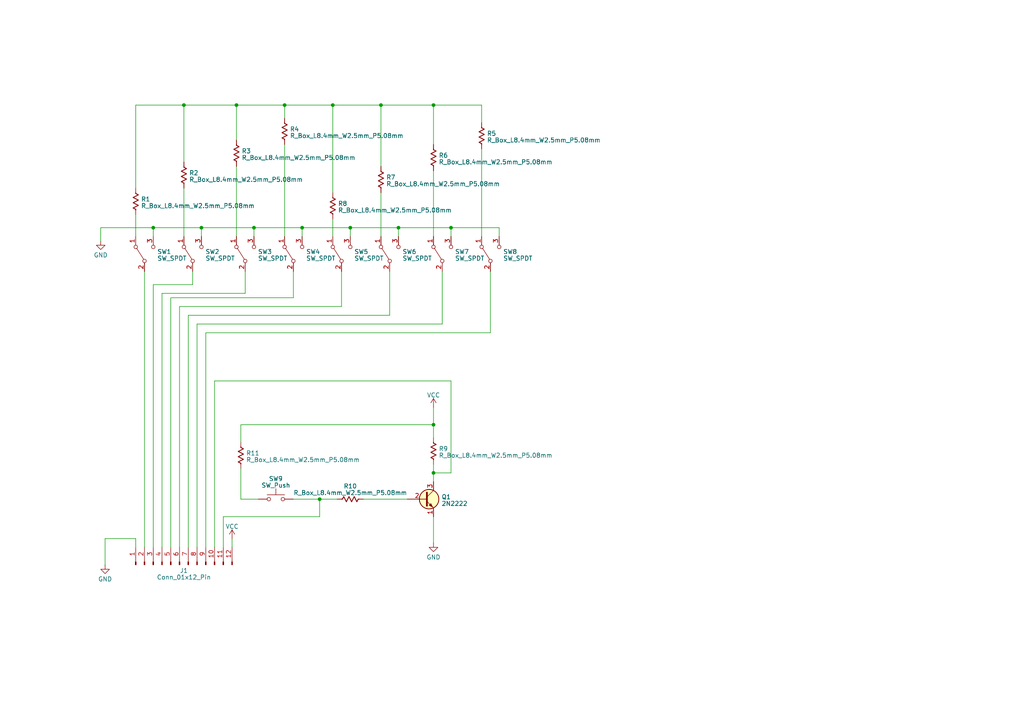
<source format=kicad_sch>
(kicad_sch (version 20230121) (generator eeschema)
  (paper "A4")
  (title_block (title "Input") (date "2023-03-08") (rev "1") (company "Out-of-Band Development") (comment 1 "Matthew Whited"))
  (lib_symbols
    (symbol "Connector:Conn_01x12_Pin" (pin_names (offset 1.016) hide)
      (property "Reference" "J" (at 0 15.24 0))
      (property "Value" "Conn_01x12_Pin" (at 0 -17.78 0))
      (symbol "Conn_01x12_Pin_1_1"
        (polyline (pts (xy 1.27 -15.24) (xy 0.8636 -15.24)) (stroke (width 0.1524)))
        (polyline (pts (xy 1.27 -12.7) (xy 0.8636 -12.7)) (stroke (width 0.1524)))
        (polyline (pts (xy 1.27 -10.16) (xy 0.8636 -10.16)) (stroke (width 0.1524)))
        (polyline (pts (xy 1.27 -7.62) (xy 0.8636 -7.62)) (stroke (width 0.1524)))
        (polyline (pts (xy 1.27 -5.08) (xy 0.8636 -5.08)) (stroke (width 0.1524)))
        (polyline (pts (xy 1.27 -2.54) (xy 0.8636 -2.54)) (stroke (width 0.1524)))
        (polyline (pts (xy 1.27 0) (xy 0.8636 0)) (stroke (width 0.1524)))
        (polyline (pts (xy 1.27 2.54) (xy 0.8636 2.54)) (stroke (width 0.1524)))
        (polyline (pts (xy 1.27 5.08) (xy 0.8636 5.08)) (stroke (width 0.1524)))
        (polyline (pts (xy 1.27 7.62) (xy 0.8636 7.62)) (stroke (width 0.1524)))
        (polyline (pts (xy 1.27 10.16) (xy 0.8636 10.16)) (stroke (width 0.1524)))
        (polyline (pts (xy 1.27 12.7) (xy 0.8636 12.7)) (stroke (width 0.1524)))
        (rectangle (start 0.8636 -15.113) (end 0 -15.367) (stroke (width 0.1524)) (fill (type outline)))
        (rectangle (start 0.8636 -12.573) (end 0 -12.827) (stroke (width 0.1524)) (fill (type outline)))
        (rectangle (start 0.8636 -10.033) (end 0 -10.287) (stroke (width 0.1524)) (fill (type outline)))
        (rectangle (start 0.8636 -7.493) (end 0 -7.747) (stroke (width 0.1524)) (fill (type outline)))
        (rectangle (start 0.8636 -4.953) (end 0 -5.207) (stroke (width 0.1524)) (fill (type outline)))
        (rectangle (start 0.8636 -2.413) (end 0 -2.667) (stroke (width 0.1524)) (fill (type outline)))
        (rectangle (start 0.8636 0.127) (end 0 -0.127) (stroke (width 0.1524)) (fill (type outline)))
        (rectangle (start 0.8636 2.667) (end 0 2.413) (stroke (width 0.1524)) (fill (type outline)))
        (rectangle (start 0.8636 5.207) (end 0 4.953) (stroke (width 0.1524)) (fill (type outline)))
        (rectangle (start 0.8636 7.747) (end 0 7.493) (stroke (width 0.1524)) (fill (type outline)))
        (rectangle (start 0.8636 10.287) (end 0 10.033) (stroke (width 0.1524)) (fill (type outline)))
        (rectangle (start 0.8636 12.827) (end 0 12.573) (stroke (width 0.1524)) (fill (type outline)))
        (pin passive line (at 5.08 12.7 180) (length 3.81) (name "Pin_1") (number "1"))
        (pin passive line (at 5.08 -10.16 180) (length 3.81) (name "Pin_10") (number "10"))
        (pin passive line (at 5.08 -12.7 180) (length 3.81) (name "Pin_11") (number "11"))
        (pin passive line (at 5.08 -15.24 180) (length 3.81) (name "Pin_12") (number "12"))
        (pin passive line (at 5.08 10.16 180) (length 3.81) (name "Pin_2") (number "2"))
        (pin passive line (at 5.08 7.62 180) (length 3.81) (name "Pin_3") (number "3"))
        (pin passive line (at 5.08 5.08 180) (length 3.81) (name "Pin_4") (number "4"))
        (pin passive line (at 5.08 2.54 180) (length 3.81) (name "Pin_5") (number "5"))
        (pin passive line (at 5.08 0 180) (length 3.81) (name "Pin_6") (number "6"))
        (pin passive line (at 5.08 -2.54 180) (length 3.81) (name "Pin_7") (number "7"))
        (pin passive line (at 5.08 -5.08 180) (length 3.81) (name "Pin_8") (number "8"))
        (pin passive line (at 5.08 -7.62 180) (length 3.81) (name "Pin_9") (number "9"))
      )
    )
    (symbol "PCM_Resistor_US_AKL:R_Box_L8.4mm_W2.5mm_P5.08mm" (pin_numbers hide) (pin_names (offset 0))
      (property "Reference" "R" (at 2.54 1.27 0))
      (property "Value" "R_Box_L8.4mm_W2.5mm_P5.08mm" (at 2.54 -1.27 0))
      (symbol "R_Box_L8.4mm_W2.5mm_P5.08mm_0_1"
        (polyline (pts (xy 0 -2.286) (xy 0 -2.54)) (stroke (width 0.254)))
        (polyline (pts (xy 0 2.286) (xy 0 2.54)) (stroke (width 0.254)))
        (polyline (pts (xy 0 2.286) (xy 0.762 1.905) (xy -0.762 1.143) (xy 0 0.762) (xy 0.762 0.381) (xy 0 0) (xy -0.762 -0.381) (xy 0 -0.762) (xy 0.762 -1.143) (xy 0 -1.524) (xy -0.762 -1.905) (xy 0 -2.286)) (stroke (width 0.254)))
      )
      (symbol "R_Box_L8.4mm_W2.5mm_P5.08mm_1_1"
        (pin passive line (at 0 3.81 270) (length 1.27) (name "~") (number "1"))
        (pin passive line (at 0 -3.81 90) (length 1.27) (name "~") (number "2"))
      )
    )
    (symbol "PCM_Transistor_BJT_AKL:2N2222" (pin_names hide)
      (property "Reference" "Q" (at 5.08 1.27 0))
      (property "Value" "2N2222" (at 5.08 -1.27 0))
      (symbol "2N2222_0_1"
        (polyline (pts (xy 0.635 0.635) (xy 2.54 2.54)))
        (polyline (pts (xy 0.635 -0.635) (xy 2.54 -2.54) (xy 2.54 -2.54)))
        (polyline (pts (xy 0.635 1.905) (xy 0.635 -1.905) (xy 0.635 -1.905)) (stroke (width 0.508)))
        (polyline (pts (xy 1.27 -1.778) (xy 1.778 -1.27) (xy 2.286 -2.286) (xy 1.27 -1.778) (xy 1.27 -1.778)) (fill (type outline)))
        (circle (center 1.27 0) (radius 2.8194) (stroke (width 0.254)) (fill (type background)))
      )
      (symbol "2N2222_1_1"
        (pin passive line (at 2.54 -5.08 90) (length 2.54) (name "E") (number "1"))
        (pin passive line (at -5.08 0 0) (length 5.715) (name "B") (number "2"))
        (pin passive line (at 2.54 5.08 270) (length 2.54) (name "C") (number "3"))
      )
    )
    (symbol "Switch:SW_Push" (pin_numbers hide) (pin_names (offset 1.016) hide)
      (property "Reference" "SW" (at 1.27 2.54 0))
      (property "Value" "SW_Push" (at 0 -1.524 0))
      (symbol "SW_Push_0_1"
        (circle (center -2.032 0) (radius 0.508))
        (polyline (pts (xy 0 1.27) (xy 0 3.048)))
        (polyline (pts (xy 2.54 1.27) (xy -2.54 1.27)))
        (circle (center 2.032 0) (radius 0.508))
        (pin passive line (at -5.08 0 0) (length 2.54) (name "1") (number "1"))
        (pin passive line (at 5.08 0 180) (length 2.54) (name "2") (number "2"))
      )
    )
    (symbol "Switch:SW_SPDT" (pin_names (offset 0) hide)
      (property "Reference" "SW" (at 0 4.318 0))
      (property "Value" "SW_SPDT" (at 0 -5.08 0))
      (symbol "SW_SPDT_0_0"
        (circle (center -2.032 0) (radius 0.508))
        (circle (center 2.032 -2.54) (radius 0.508))
      )
      (symbol "SW_SPDT_0_1"
        (polyline (pts (xy -1.524 0.254) (xy 1.651 2.286)))
        (circle (center 2.032 2.54) (radius 0.508))
      )
      (symbol "SW_SPDT_1_1"
        (pin passive line (at 5.08 2.54 180) (length 2.54) (name "A") (number "1"))
        (pin passive line (at -5.08 0 0) (length 2.54) (name "B") (number "2"))
        (pin passive line (at 5.08 -2.54 180) (length 2.54) (name "C") (number "3"))
      )
    )
    (symbol "power:GND" (power) (pin_names (offset 0))
      (property "Value" "GND" (at 0 -3.81 0))
      (symbol "GND_0_1"
        (polyline (pts (xy 0 0) (xy 0 -1.27) (xy 1.27 -1.27) (xy 0 -2.54) (xy -1.27 -1.27) (xy 0 -1.27)))
      )
      (symbol "GND_1_1"
        (pin power_in line (at 0 0 270) (length 0) hide (name "GND") (number "1"))
      )
    )
    (symbol "power:VCC" (power) (pin_names (offset 0))
      (property "Value" "VCC" (at 0 3.81 0))
      (symbol "VCC_0_1"
        (polyline (pts (xy -0.762 1.27) (xy 0 2.54)))
        (polyline (pts (xy 0 0) (xy 0 2.54)))
        (polyline (pts (xy 0 2.54) (xy 0.762 1.27)))
      )
      (symbol "VCC_1_1"
        (pin power_in line (at 0 0 90) (length 0) hide (name "VCC") (number "1"))
      )
    )
  )
  (junction (at 110.49 30.48))
  (junction (at 44.45 66.04))
  (junction (at 115.57 66.04))
  (junction (at 130.81 66.04))
  (junction (at 96.52 30.48))
  (junction (at 125.73 123.19))
  (junction (at 58.42 66.04))
  (junction (at 73.66 66.04))
  (junction (at 82.55 30.48))
  (junction (at 68.58 30.48))
  (junction (at 125.73 30.48))
  (junction (at 53.34 30.48))
  (junction (at 125.73 137.16))
  (junction (at 87.63 66.04))
  (junction (at 101.6 66.04))
  (junction (at 92.71 144.78))
  (wire (pts (xy 69.85 128.27) (xy 69.85 123.19)))
  (wire (pts (xy 73.66 66.04) (xy 73.66 68.58)))
  (wire (pts (xy 125.73 137.16) (xy 125.73 139.7)))
  (wire (pts (xy 142.24 96.52) (xy 142.24 78.74)))
  (wire (pts (xy 139.7 30.48) (xy 125.73 30.48)))
  (wire (pts (xy 67.31 156.21) (xy 67.31 158.75)))
  (wire (pts (xy 92.71 144.78) (xy 97.79 144.78)))
  (wire (pts (xy 53.34 30.48) (xy 68.58 30.48)))
  (wire (pts (xy 115.57 66.04) (xy 101.6 66.04)))
  (wire (pts (xy 55.88 82.55) (xy 55.88 78.74)))
  (wire (pts (xy 39.37 156.21) (xy 39.37 158.75)))
  (wire (pts (xy 125.73 134.62) (xy 125.73 137.16)))
  (wire (pts (xy 62.23 110.49) (xy 130.81 110.49)))
  (wire (pts (xy 85.09 86.36) (xy 85.09 78.74)))
  (wire (pts (xy 44.45 66.04) (xy 29.21 66.04)))
  (wire (pts (xy 30.48 163.83) (xy 30.48 156.21)))
  (wire (pts (xy 144.78 66.04) (xy 130.81 66.04)))
  (wire (pts (xy 125.73 123.19) (xy 125.73 127)))
  (wire (pts (xy 101.6 66.04) (xy 101.6 68.58)))
  (wire (pts (xy 30.48 156.21) (xy 39.37 156.21)))
  (wire (pts (xy 44.45 66.04) (xy 44.45 68.58)))
  (wire (pts (xy 41.91 78.74) (xy 41.91 158.75)))
  (wire (pts (xy 82.55 41.91) (xy 82.55 68.58)))
  (wire (pts (xy 62.23 158.75) (xy 62.23 110.49)))
  (wire (pts (xy 39.37 54.61) (xy 39.37 30.48)))
  (wire (pts (xy 96.52 63.5) (xy 96.52 68.58)))
  (wire (pts (xy 125.73 30.48) (xy 110.49 30.48)))
  (wire (pts (xy 69.85 123.19) (xy 125.73 123.19)))
  (wire (pts (xy 128.27 93.98) (xy 57.15 93.98)))
  (wire (pts (xy 130.81 66.04) (xy 115.57 66.04)))
  (wire (pts (xy 44.45 158.75) (xy 44.45 82.55)))
  (wire (pts (xy 110.49 30.48) (xy 110.49 48.26)))
  (wire (pts (xy 64.77 149.86) (xy 92.71 149.86)))
  (wire (pts (xy 99.06 78.74) (xy 99.06 88.9)))
  (wire (pts (xy 29.21 66.04) (xy 29.21 69.85)))
  (wire (pts (xy 110.49 55.88) (xy 110.49 68.58)))
  (wire (pts (xy 92.71 149.86) (xy 92.71 144.78)))
  (wire (pts (xy 71.12 85.09) (xy 46.99 85.09)))
  (wire (pts (xy 130.81 110.49) (xy 130.81 137.16)))
  (wire (pts (xy 115.57 66.04) (xy 115.57 68.58)))
  (wire (pts (xy 71.12 78.74) (xy 71.12 85.09)))
  (wire (pts (xy 44.45 82.55) (xy 55.88 82.55)))
  (wire (pts (xy 96.52 30.48) (xy 96.52 55.88)))
  (wire (pts (xy 82.55 30.48) (xy 82.55 34.29)))
  (wire (pts (xy 96.52 30.48) (xy 82.55 30.48)))
  (wire (pts (xy 39.37 62.23) (xy 39.37 68.58)))
  (wire (pts (xy 125.73 118.11) (xy 125.73 123.19)))
  (wire (pts (xy 130.81 66.04) (xy 130.81 68.58)))
  (wire (pts (xy 58.42 66.04) (xy 58.42 68.58)))
  (wire (pts (xy 68.58 48.26) (xy 68.58 68.58)))
  (wire (pts (xy 46.99 85.09) (xy 46.99 158.75)))
  (wire (pts (xy 57.15 93.98) (xy 57.15 158.75)))
  (wire (pts (xy 139.7 43.18) (xy 139.7 68.58)))
  (wire (pts (xy 113.03 91.44) (xy 113.03 78.74)))
  (wire (pts (xy 118.11 144.78) (xy 105.41 144.78)))
  (wire (pts (xy 144.78 68.58) (xy 144.78 66.04)))
  (wire (pts (xy 87.63 66.04) (xy 73.66 66.04)))
  (wire (pts (xy 69.85 135.89) (xy 69.85 144.78)))
  (wire (pts (xy 59.69 158.75) (xy 59.69 96.52)))
  (wire (pts (xy 49.53 158.75) (xy 49.53 86.36)))
  (wire (pts (xy 68.58 30.48) (xy 82.55 30.48)))
  (wire (pts (xy 125.73 149.86) (xy 125.73 157.48)))
  (wire (pts (xy 130.81 137.16) (xy 125.73 137.16)))
  (wire (pts (xy 68.58 40.64) (xy 68.58 30.48)))
  (wire (pts (xy 53.34 46.99) (xy 53.34 30.48)))
  (wire (pts (xy 125.73 49.53) (xy 125.73 68.58)))
  (wire (pts (xy 73.66 66.04) (xy 58.42 66.04)))
  (wire (pts (xy 52.07 88.9) (xy 52.07 158.75)))
  (wire (pts (xy 139.7 35.56) (xy 139.7 30.48)))
  (wire (pts (xy 87.63 66.04) (xy 87.63 68.58)))
  (wire (pts (xy 85.09 144.78) (xy 92.71 144.78)))
  (wire (pts (xy 59.69 96.52) (xy 142.24 96.52)))
  (wire (pts (xy 54.61 158.75) (xy 54.61 91.44)))
  (wire (pts (xy 53.34 54.61) (xy 53.34 68.58)))
  (wire (pts (xy 64.77 158.75) (xy 64.77 149.86)))
  (wire (pts (xy 128.27 78.74) (xy 128.27 93.98)))
  (wire (pts (xy 69.85 144.78) (xy 74.93 144.78)))
  (wire (pts (xy 49.53 86.36) (xy 85.09 86.36)))
  (wire (pts (xy 54.61 91.44) (xy 113.03 91.44)))
  (wire (pts (xy 58.42 66.04) (xy 44.45 66.04)))
  (wire (pts (xy 110.49 30.48) (xy 96.52 30.48)))
  (wire (pts (xy 39.37 30.48) (xy 53.34 30.48)))
  (wire (pts (xy 101.6 66.04) (xy 87.63 66.04)))
  (wire (pts (xy 125.73 30.48) (xy 125.73 41.91)))
  (wire (pts (xy 99.06 88.9) (xy 52.07 88.9)))
  (symbol (lib_id "Switch:SW_SPDT") (at 85.09 73.66 90) (unit 1)
    (property "Reference" "SW4" (at 88.773 73.0163 90) (effects (justify right)))
    (property "Value" "SW_SPDT" (at 88.773 74.9373 90) (effects (justify right)))
  )
  (symbol (lib_id "power:VCC") (at 125.73 118.11 0) (unit 1)
    (property "Reference" "#PWR04" (effects hide))
    (property "Value" "VCC" (at 125.73 114.6081 0))
  )
  (symbol (lib_id "Switch:SW_SPDT") (at 41.91 73.66 90) (unit 1)
    (property "Reference" "SW1" (at 45.593 73.0163 90) (effects (justify right)))
    (property "Value" "SW_SPDT" (at 45.593 74.9373 90) (effects (justify right)))
  )
  (symbol (lib_id "Switch:SW_SPDT") (at 113.03 73.66 90) (unit 1)
    (property "Reference" "SW6" (at 116.713 73.0163 90) (effects (justify right)))
    (property "Value" "SW_SPDT" (at 116.713 74.9373 90) (effects (justify right)))
  )
  (symbol (lib_id "PCM_Transistor_BJT_AKL:2N2222") (at 123.19 144.78 0) (unit 1)
    (property "Reference" "Q1" (at 128.0414 144.1363 0) (effects (justify left)))
    (property "Value" "2N2222" (at 128.0414 146.0573 0) (effects (justify left)))
    (property "Footprint" "Package_TO_SOT_THT_AKL:TO-18-3_EBC" (effects hide))
    (property "Datasheet" "https://www.farnell.com/datasheets/296640.pdf" (effects hide))
  )
  (symbol (lib_id "Switch:SW_SPDT") (at 128.27 73.66 90) (unit 1)
    (property "Reference" "SW7" (at 131.953 73.0163 90) (effects (justify right)))
    (property "Value" "SW_SPDT" (at 131.953 74.9373 90) (effects (justify right)))
  )
  (symbol (lib_id "PCM_Resistor_US_AKL:R_Box_L8.4mm_W2.5mm_P5.08mm") (at 125.73 45.72 0) (unit 1)
    (property "Reference" "R6" (at 127.254 45.0763 0) (effects (justify left)))
    (property "Value" "R_Box_L8.4mm_W2.5mm_P5.08mm" (at 127.254 46.9973 0) (effects (justify left)))
    (property "Footprint" "Resistor_THT_US_AKL:R_Box_L8.4mm_W2.5mm_P5.08mm" (effects hide))
  )
  (symbol (lib_id "PCM_Resistor_US_AKL:R_Box_L8.4mm_W2.5mm_P5.08mm") (at 68.58 44.45 0) (unit 1)
    (property "Reference" "R3" (at 70.104 43.8063 0) (effects (justify left)))
    (property "Value" "R_Box_L8.4mm_W2.5mm_P5.08mm" (at 70.104 45.7273 0) (effects (justify left)))
    (property "Footprint" "Resistor_THT_US_AKL:R_Box_L8.4mm_W2.5mm_P5.08mm" (effects hide))
  )
  (symbol (lib_id "PCM_Resistor_US_AKL:R_Box_L8.4mm_W2.5mm_P5.08mm") (at 96.52 59.69 0) (unit 1)
    (property "Reference" "R8" (at 98.044 59.0463 0) (effects (justify left)))
    (property "Value" "R_Box_L8.4mm_W2.5mm_P5.08mm" (at 98.044 60.9673 0) (effects (justify left)))
    (property "Footprint" "Resistor_THT_US_AKL:R_Box_L8.4mm_W2.5mm_P5.08mm" (effects hide))
  )
  (symbol (lib_id "Switch:SW_SPDT") (at 142.24 73.66 90) (unit 1)
    (property "Reference" "SW8" (at 145.923 73.0163 90) (effects (justify right)))
    (property "Value" "SW_SPDT" (at 145.923 74.9373 90) (effects (justify right)))
  )
  (symbol (lib_id "PCM_Resistor_US_AKL:R_Box_L8.4mm_W2.5mm_P5.08mm") (at 53.34 50.8 0) (unit 1)
    (property "Reference" "R2" (at 54.864 50.1563 0) (effects (justify left)))
    (property "Value" "R_Box_L8.4mm_W2.5mm_P5.08mm" (at 54.864 52.0773 0) (effects (justify left)))
    (property "Footprint" "Resistor_THT_US_AKL:R_Box_L8.4mm_W2.5mm_P5.08mm" (effects hide))
  )
  (symbol (lib_id "power:GND") (at 29.21 69.85 0) (unit 1)
    (property "Reference" "#PWR03" (effects hide))
    (property "Value" "GND" (at 29.21 73.9855 0))
  )
  (symbol (lib_id "PCM_Resistor_US_AKL:R_Box_L8.4mm_W2.5mm_P5.08mm") (at 139.7 39.37 0) (unit 1)
    (property "Reference" "R5" (at 141.224 38.7263 0) (effects (justify left)))
    (property "Value" "R_Box_L8.4mm_W2.5mm_P5.08mm" (at 141.224 40.6473 0) (effects (justify left)))
    (property "Footprint" "Resistor_THT_US_AKL:R_Box_L8.4mm_W2.5mm_P5.08mm" (effects hide))
  )
  (symbol (lib_id "PCM_Resistor_US_AKL:R_Box_L8.4mm_W2.5mm_P5.08mm") (at 39.37 58.42 0) (unit 1)
    (property "Reference" "R1" (at 40.894 57.7763 0) (effects (justify left)))
    (property "Value" "R_Box_L8.4mm_W2.5mm_P5.08mm" (at 40.894 59.6973 0) (effects (justify left)))
    (property "Footprint" "Resistor_THT_US_AKL:R_Box_L8.4mm_W2.5mm_P5.08mm" (effects hide))
  )
  (symbol (lib_id "Switch:SW_SPDT") (at 55.88 73.66 90) (unit 1)
    (property "Reference" "SW2" (at 59.563 73.0163 90) (effects (justify right)))
    (property "Value" "SW_SPDT" (at 59.563 74.9373 90) (effects (justify right)))
  )
  (symbol (lib_id "PCM_Resistor_US_AKL:R_Box_L8.4mm_W2.5mm_P5.08mm") (at 69.85 132.08 0) (unit 1)
    (property "Reference" "R11" (at 71.374 131.4363 0) (effects (justify left)))
    (property "Value" "R_Box_L8.4mm_W2.5mm_P5.08mm" (at 71.374 133.3573 0) (effects (justify left)))
    (property "Footprint" "Resistor_THT_US_AKL:R_Box_L8.4mm_W2.5mm_P5.08mm" (effects hide))
  )
  (symbol (lib_id "PCM_Resistor_US_AKL:R_Box_L8.4mm_W2.5mm_P5.08mm") (at 125.73 130.81 0) (unit 1)
    (property "Reference" "R9" (at 127.254 130.1663 0) (effects (justify left)))
    (property "Value" "R_Box_L8.4mm_W2.5mm_P5.08mm" (at 127.254 132.0873 0) (effects (justify left)))
    (property "Footprint" "Resistor_THT_US_AKL:R_Box_L8.4mm_W2.5mm_P5.08mm" (effects hide))
  )
  (symbol (lib_id "Switch:SW_SPDT") (at 71.12 73.66 90) (unit 1)
    (property "Reference" "SW3" (at 74.803 73.0163 90) (effects (justify right)))
    (property "Value" "SW_SPDT" (at 74.803 74.9373 90) (effects (justify right)))
  )
  (symbol (lib_id "power:VCC") (at 67.31 156.21 0) (unit 1)
    (property "Reference" "#PWR02" (effects hide))
    (property "Value" "VCC" (at 67.31 152.7081 0))
  )
  (symbol (lib_id "power:GND") (at 125.73 157.48 0) (unit 1)
    (property "Reference" "#PWR05" (effects hide))
    (property "Value" "GND" (at 125.73 161.6155 0))
  )
  (symbol (lib_id "PCM_Resistor_US_AKL:R_Box_L8.4mm_W2.5mm_P5.08mm") (at 110.49 52.07 0) (unit 1)
    (property "Reference" "R7" (at 112.014 51.4263 0) (effects (justify left)))
    (property "Value" "R_Box_L8.4mm_W2.5mm_P5.08mm" (at 112.014 53.3473 0) (effects (justify left)))
    (property "Footprint" "Resistor_THT_US_AKL:R_Box_L8.4mm_W2.5mm_P5.08mm" (effects hide))
  )
  (symbol (lib_id "Switch:SW_SPDT") (at 99.06 73.66 90) (unit 1)
    (property "Reference" "SW5" (at 102.743 73.0163 90) (effects (justify right)))
    (property "Value" "SW_SPDT" (at 102.743 74.9373 90) (effects (justify right)))
  )
  (symbol (lib_id "power:GND") (at 30.48 163.83 0) (unit 1)
    (property "Reference" "#PWR01" (effects hide))
    (property "Value" "GND" (at 30.48 167.9655 0))
  )
  (symbol (lib_id "Switch:SW_Push") (at 80.01 144.78 0) (unit 1)
    (property "Reference" "SW9" (at 80.01 138.8491 0))
    (property "Value" "SW_Push" (at 80.01 140.7701 0))
  )
  (symbol (lib_id "Connector:Conn_01x12_Pin") (at 52.07 163.83 90) (unit 1)
    (property "Reference" "J1" (at 53.34 165.5017 90))
    (property "Value" "Conn_01x12_Pin" (at 53.34 167.4227 90))
  )
  (symbol (lib_id "PCM_Resistor_US_AKL:R_Box_L8.4mm_W2.5mm_P5.08mm") (at 101.6 144.78 90) (unit 1)
    (property "Reference" "R10" (at 101.6 141.0081 90))
    (property "Value" "R_Box_L8.4mm_W2.5mm_P5.08mm" (at 101.6 142.9291 90))
    (property "Footprint" "Resistor_THT_US_AKL:R_Box_L8.4mm_W2.5mm_P5.08mm" (effects hide))
  )
  (symbol (lib_id "PCM_Resistor_US_AKL:R_Box_L8.4mm_W2.5mm_P5.08mm") (at 82.55 38.1 0) (unit 1)
    (property "Reference" "R4" (at 84.074 37.4563 0) (effects (justify left)))
    (property "Value" "R_Box_L8.4mm_W2.5mm_P5.08mm" (at 84.074 39.3773 0) (effects (justify left)))
    (property "Footprint" "Resistor_THT_US_AKL:R_Box_L8.4mm_W2.5mm_P5.08mm" (effects hide))
  )
)
</source>
